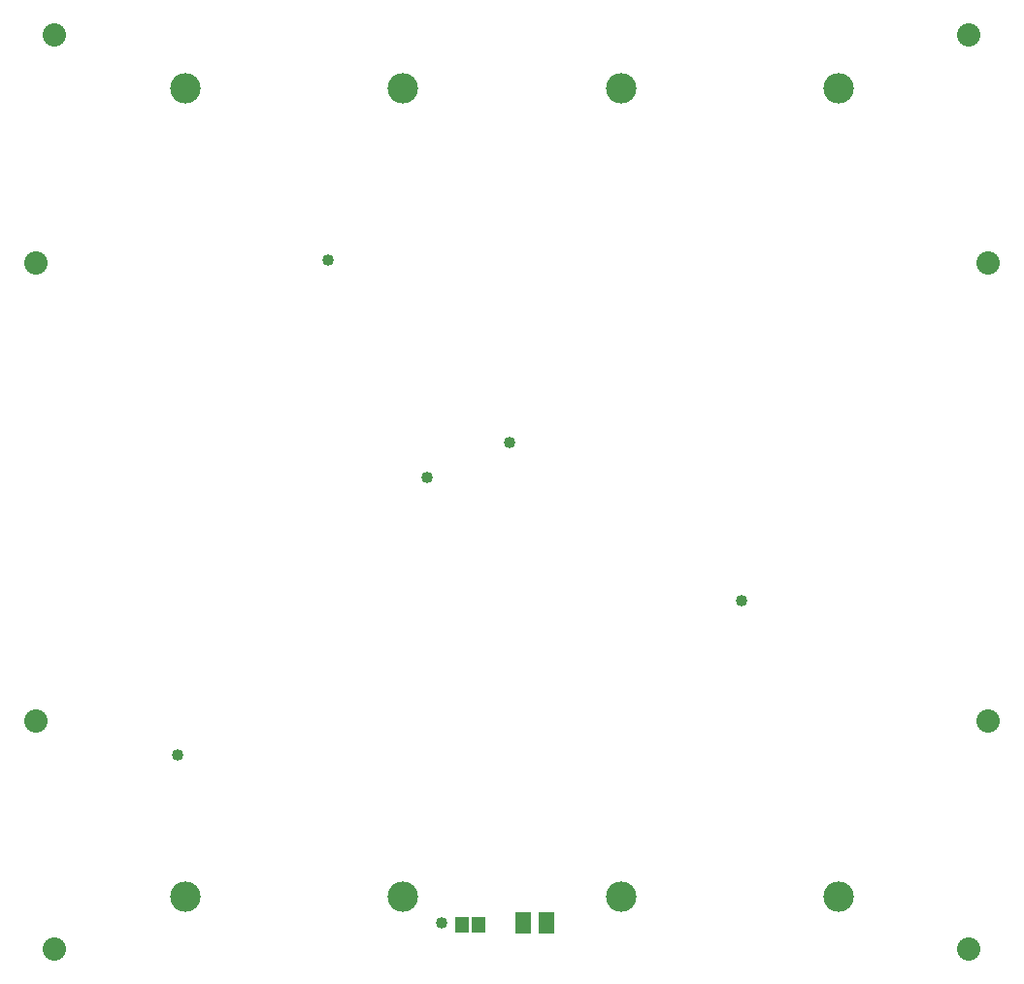
<source format=gts>
G04*
G04 #@! TF.GenerationSoftware,Altium Limited,Altium Designer,22.9.1 (49)*
G04*
G04 Layer_Color=8388736*
%FSLAX25Y25*%
%MOIN*%
G70*
G04*
G04 #@! TF.SameCoordinates,44505F8C-E9BE-4E1B-BE67-CB05DF1A1670*
G04*
G04*
G04 #@! TF.FilePolarity,Negative*
G04*
G01*
G75*
%ADD13R,0.04756X0.05543*%
%ADD14R,0.05543X0.07512*%
%ADD15C,0.10445*%
%ADD16C,0.08000*%
%ADD17C,0.04000*%
D13*
X-169901Y-325937D02*
D03*
X-163995D02*
D03*
D14*
X-140901Y-325337D02*
D03*
X-148775D02*
D03*
D15*
X-264803Y-38480D02*
D03*
X-40393Y-316195D02*
D03*
X-115196D02*
D03*
X-264803D02*
D03*
X-115197Y-38480D02*
D03*
X-40394D02*
D03*
X-189999Y-316195D02*
D03*
X-190000Y-38480D02*
D03*
D16*
X4385Y-334126D02*
D03*
X10823Y-255938D02*
D03*
Y-98400D02*
D03*
X-316041Y-255938D02*
D03*
X-316041Y-98400D02*
D03*
X-309602Y-334126D02*
D03*
X4385Y-20200D02*
D03*
X-309602D02*
D03*
D17*
X-181751Y-172121D02*
D03*
X-153501Y-160337D02*
D03*
X-73801Y-214645D02*
D03*
X-215880Y-97485D02*
D03*
X-176671Y-325337D02*
D03*
X-267301Y-267437D02*
D03*
M02*

</source>
